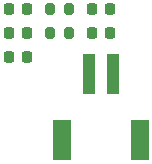
<source format=gbr>
%TF.GenerationSoftware,KiCad,Pcbnew,8.0.1-rc1*%
%TF.CreationDate,2024-05-21T21:17:26-06:00*%
%TF.ProjectId,screamer,73637265-616d-4657-922e-6b696361645f,V0.1.1*%
%TF.SameCoordinates,Original*%
%TF.FileFunction,Paste,Top*%
%TF.FilePolarity,Positive*%
%FSLAX46Y46*%
G04 Gerber Fmt 4.6, Leading zero omitted, Abs format (unit mm)*
G04 Created by KiCad (PCBNEW 8.0.1-rc1) date 2024-05-21 21:17:26*
%MOMM*%
%LPD*%
G01*
G04 APERTURE LIST*
G04 Aperture macros list*
%AMRoundRect*
0 Rectangle with rounded corners*
0 $1 Rounding radius*
0 $2 $3 $4 $5 $6 $7 $8 $9 X,Y pos of 4 corners*
0 Add a 4 corners polygon primitive as box body*
4,1,4,$2,$3,$4,$5,$6,$7,$8,$9,$2,$3,0*
0 Add four circle primitives for the rounded corners*
1,1,$1+$1,$2,$3*
1,1,$1+$1,$4,$5*
1,1,$1+$1,$6,$7*
1,1,$1+$1,$8,$9*
0 Add four rect primitives between the rounded corners*
20,1,$1+$1,$2,$3,$4,$5,0*
20,1,$1+$1,$4,$5,$6,$7,0*
20,1,$1+$1,$6,$7,$8,$9,0*
20,1,$1+$1,$8,$9,$2,$3,0*%
G04 Aperture macros list end*
%ADD10R,0.990600X3.505200*%
%ADD11R,1.498600X3.403600*%
%ADD12RoundRect,0.225000X0.225000X0.250000X-0.225000X0.250000X-0.225000X-0.250000X0.225000X-0.250000X0*%
%ADD13RoundRect,0.200000X0.200000X0.275000X-0.200000X0.275000X-0.200000X-0.275000X0.200000X-0.275000X0*%
%ADD14RoundRect,0.225000X-0.225000X-0.250000X0.225000X-0.250000X0.225000X0.250000X-0.225000X0.250000X0*%
%ADD15RoundRect,0.200000X-0.200000X-0.275000X0.200000X-0.275000X0.200000X0.275000X-0.200000X0.275000X0*%
G04 APERTURE END LIST*
D10*
%TO.C,BT1*%
X160000001Y-92500000D03*
X158000000Y-92500000D03*
D11*
X162314700Y-98062600D03*
X155685300Y-98062600D03*
%TD*%
D12*
%TO.C,C5*%
X152775000Y-91000000D03*
X151225000Y-91000000D03*
%TD*%
%TO.C,C4*%
X152775000Y-89000000D03*
X151225000Y-89000000D03*
%TD*%
D13*
%TO.C,R2*%
X156325000Y-89000000D03*
X154675000Y-89000000D03*
%TD*%
D14*
%TO.C,C1*%
X158225000Y-89000000D03*
X159775000Y-89000000D03*
%TD*%
%TO.C,C2*%
X158225000Y-87000000D03*
X159775000Y-87000000D03*
%TD*%
D15*
%TO.C,R1*%
X154675000Y-87000000D03*
X156325000Y-87000000D03*
%TD*%
D12*
%TO.C,C3*%
X152775000Y-87000000D03*
X151225000Y-87000000D03*
%TD*%
M02*

</source>
